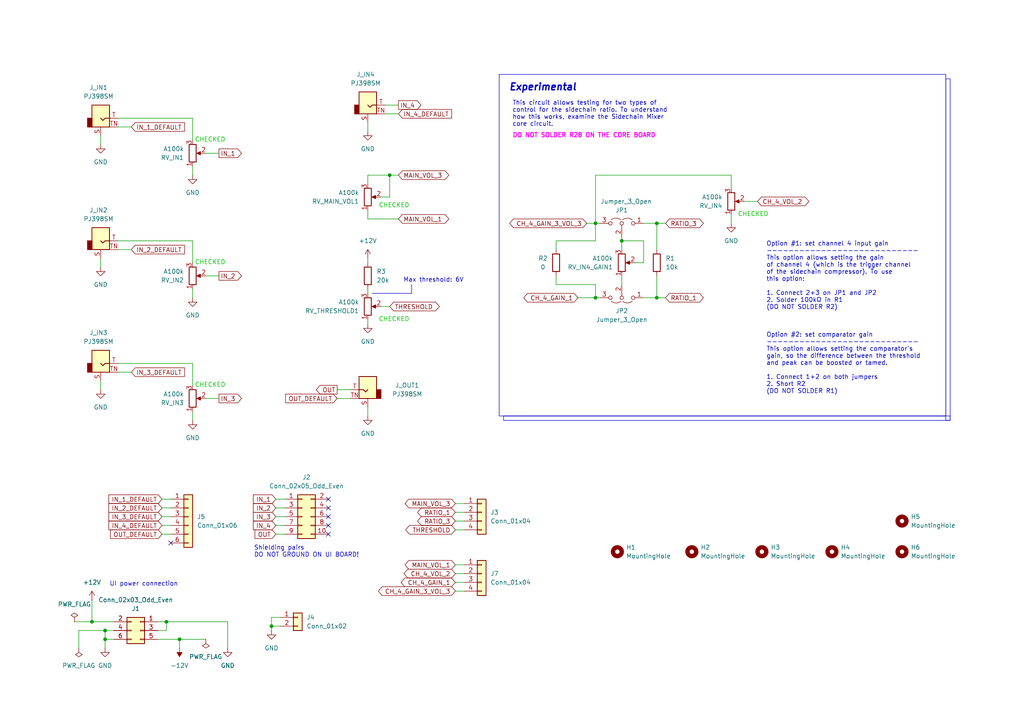
<source format=kicad_sch>
(kicad_sch (version 20250114) (generator "eeschema") (generator_version "9.0")
  (paper "A4")
  (title_block (title "Hog Moduleur Sidechain Mixer UI") (date "2025-07-06") (rev "v0.1") (company "Shmøergh"))
  (lib_symbols
    (symbol "Connector_Generic:Conn_01x02" (pin_names (offset 1.016) (hide yes))
      (property "Reference" "J" (at 0 2.54 0))
      (property "Value" "Conn_01x02" (at 0 -5.08 0))
      (symbol "Conn_01x02_1_1"
        (rectangle (start -1.27 1.27) (end 1.27 -3.81) (stroke (width 0.254)) (fill (type background)))
        (rectangle (start -1.27 0.127) (end 0 -0.127) (stroke (width 0.1524)))
        (rectangle (start -1.27 -2.413) (end 0 -2.667) (stroke (width 0.1524)))
        (pin passive line (at -5.08 0 0) (length 3.81) (name "Pin_1") (number "1"))
        (pin passive line (at -5.08 -2.54 0) (length 3.81) (name "Pin_2") (number "2"))
      )
    )
    (symbol "Connector_Generic:Conn_01x04" (pin_names (offset 1.016) (hide yes))
      (property "Reference" "J" (at 0 5.08 0))
      (property "Value" "Conn_01x04" (at 0 -7.62 0))
      (symbol "Conn_01x04_1_1"
        (rectangle (start -1.27 3.81) (end 1.27 -6.35) (stroke (width 0.254)) (fill (type background)))
        (rectangle (start -1.27 2.667) (end 0 2.413) (stroke (width 0.1524)))
        (rectangle (start -1.27 0.127) (end 0 -0.127) (stroke (width 0.1524)))
        (rectangle (start -1.27 -2.413) (end 0 -2.667) (stroke (width 0.1524)))
        (rectangle (start -1.27 -4.953) (end 0 -5.207) (stroke (width 0.1524)))
        (pin passive line (at -5.08 2.54 0) (length 3.81) (name "Pin_1") (number "1"))
        (pin passive line (at -5.08 0 0) (length 3.81) (name "Pin_2") (number "2"))
        (pin passive line (at -5.08 -2.54 0) (length 3.81) (name "Pin_3") (number "3"))
        (pin passive line (at -5.08 -5.08 0) (length 3.81) (name "Pin_4") (number "4"))
      )
    )
    (symbol "Connector_Generic:Conn_01x06" (pin_names (offset 1.016) (hide yes))
      (property "Reference" "J" (at 0 7.62 0))
      (property "Value" "Conn_01x06" (at 0 -10.16 0))
      (symbol "Conn_01x06_1_1"
        (rectangle (start -1.27 6.35) (end 1.27 -8.89) (stroke (width 0.254)) (fill (type background)))
        (rectangle (start -1.27 5.207) (end 0 4.953) (stroke (width 0.1524)))
        (rectangle (start -1.27 2.667) (end 0 2.413) (stroke (width 0.1524)))
        (rectangle (start -1.27 0.127) (end 0 -0.127) (stroke (width 0.1524)))
        (rectangle (start -1.27 -2.413) (end 0 -2.667) (stroke (width 0.1524)))
        (rectangle (start -1.27 -4.953) (end 0 -5.207) (stroke (width 0.1524)))
        (rectangle (start -1.27 -7.493) (end 0 -7.747) (stroke (width 0.1524)))
        (pin passive line (at -5.08 5.08 0) (length 3.81) (name "Pin_1") (number "1"))
        (pin passive line (at -5.08 2.54 0) (length 3.81) (name "Pin_2") (number "2"))
        (pin passive line (at -5.08 0 0) (length 3.81) (name "Pin_3") (number "3"))
        (pin passive line (at -5.08 -2.54 0) (length 3.81) (name "Pin_4") (number "4"))
        (pin passive line (at -5.08 -5.08 0) (length 3.81) (name "Pin_5") (number "5"))
        (pin passive line (at -5.08 -7.62 0) (length 3.81) (name "Pin_6") (number "6"))
      )
    )
    (symbol "Connector_Generic:Conn_02x03_Odd_Even" (pin_names (offset 1.016) (hide yes))
      (property "Reference" "J" (at 1.27 5.08 0))
      (property "Value" "Conn_02x03_Odd_Even" (at 1.27 -5.08 0))
      (symbol "Conn_02x03_Odd_Even_1_1"
        (rectangle (start -1.27 3.81) (end 3.81 -3.81) (stroke (width 0.254)) (fill (type background)))
        (rectangle (start -1.27 2.667) (end 0 2.413) (stroke (width 0.1524)))
        (rectangle (start -1.27 0.127) (end 0 -0.127) (stroke (width 0.1524)))
        (rectangle (start -1.27 -2.413) (end 0 -2.667) (stroke (width 0.1524)))
        (rectangle (start 3.81 2.667) (end 2.54 2.413) (stroke (width 0.1524)))
        (rectangle (start 3.81 0.127) (end 2.54 -0.127) (stroke (width 0.1524)))
        (rectangle (start 3.81 -2.413) (end 2.54 -2.667) (stroke (width 0.1524)))
        (pin passive line (at -5.08 2.54 0) (length 3.81) (name "Pin_1") (number "1"))
        (pin passive line (at -5.08 0 0) (length 3.81) (name "Pin_3") (number "3"))
        (pin passive line (at -5.08 -2.54 0) (length 3.81) (name "Pin_5") (number "5"))
        (pin passive line (at 7.62 2.54 180) (length 3.81) (name "Pin_2") (number "2"))
        (pin passive line (at 7.62 0 180) (length 3.81) (name "Pin_4") (number "4"))
        (pin passive line (at 7.62 -2.54 180) (length 3.81) (name "Pin_6") (number "6"))
      )
    )
    (symbol "Connector_Generic:Conn_02x05_Odd_Even" (pin_names (offset 1.016) (hide yes))
      (property "Reference" "J" (at 1.27 7.62 0))
      (property "Value" "Conn_02x05_Odd_Even" (at 1.27 -7.62 0))
      (symbol "Conn_02x05_Odd_Even_1_1"
        (rectangle (start -1.27 6.35) (end 3.81 -6.35) (stroke (width 0.254)) (fill (type background)))
        (rectangle (start -1.27 5.207) (end 0 4.953) (stroke (width 0.1524)))
        (rectangle (start -1.27 2.667) (end 0 2.413) (stroke (width 0.1524)))
        (rectangle (start -1.27 0.127) (end 0 -0.127) (stroke (width 0.1524)))
        (rectangle (start -1.27 -2.413) (end 0 -2.667) (stroke (width 0.1524)))
        (rectangle (start -1.27 -4.953) (end 0 -5.207) (stroke (width 0.1524)))
        (rectangle (start 3.81 5.207) (end 2.54 4.953) (stroke (width 0.1524)))
        (rectangle (start 3.81 2.667) (end 2.54 2.413) (stroke (width 0.1524)))
        (rectangle (start 3.81 0.127) (end 2.54 -0.127) (stroke (width 0.1524)))
        (rectangle (start 3.81 -2.413) (end 2.54 -2.667) (stroke (width 0.1524)))
        (rectangle (start 3.81 -4.953) (end 2.54 -5.207) (stroke (width 0.1524)))
        (pin passive line (at -5.08 5.08 0) (length 3.81) (name "Pin_1") (number "1"))
        (pin passive line (at -5.08 2.54 0) (length 3.81) (name "Pin_3") (number "3"))
        (pin passive line (at -5.08 0 0) (length 3.81) (name "Pin_5") (number "5"))
        (pin passive line (at -5.08 -2.54 0) (length 3.81) (name "Pin_7") (number "7"))
        (pin passive line (at -5.08 -5.08 0) (length 3.81) (name "Pin_9") (number "9"))
        (pin passive line (at 7.62 5.08 180) (length 3.81) (name "Pin_2") (number "2"))
        (pin passive line (at 7.62 2.54 180) (length 3.81) (name "Pin_4") (number "4"))
        (pin passive line (at 7.62 0 180) (length 3.81) (name "Pin_6") (number "6"))
        (pin passive line (at 7.62 -2.54 180) (length 3.81) (name "Pin_8") (number "8"))
        (pin passive line (at 7.62 -5.08 180) (length 3.81) (name "Pin_10") (number "10"))
      )
    )
    (symbol "Device:R" (pin_numbers (hide yes)) (pin_names (offset 0))
      (property "Reference" "R" (at 2.032 0 90))
      (property "Value" "R" (at 0 0 90))
      (symbol "R_0_1"
        (rectangle (start -1.016 -2.54) (end 1.016 2.54) (stroke (width 0.254)))
      )
      (symbol "R_1_1"
        (pin passive line (at 0 3.81 270) (length 1.27) (name "~") (number "1"))
        (pin passive line (at 0 -3.81 90) (length 1.27) (name "~") (number "2"))
      )
    )
    (symbol "Device:R_Potentiometer" (pin_names (offset 1.016) (hide yes))
      (property "Reference" "RV" (at -4.445 0 90))
      (property "Value" "R_Potentiometer" (at -2.54 0 90))
      (symbol "R_Potentiometer_0_1"
        (rectangle (start 1.016 2.54) (end -1.016 -2.54) (stroke (width 0.254)))
        (polyline (pts (xy 1.143 0) (xy 2.286 0.508) (xy 2.286 -0.508) (xy 1.143 0)) (fill (type outline)))
        (polyline (pts (xy 2.54 0) (xy 1.524 0)))
      )
      (symbol "R_Potentiometer_1_1"
        (pin passive line (at 0 3.81 270) (length 1.27) (name "1") (number "1"))
        (pin passive line (at 0 -3.81 90) (length 1.27) (name "3") (number "3"))
        (pin passive line (at 3.81 0 180) (length 1.27) (name "2") (number "2"))
      )
    )
    (symbol "Jumper:Jumper_3_Open" (pin_names (offset 0) (hide yes)) (in_bom no)
      (property "Reference" "JP" (at -2.54 -2.54 0))
      (property "Value" "Jumper_3_Open" (at 0 2.794 0))
      (symbol "Jumper_3_Open_0_0"
        (circle (center -3.302 0) (radius 0.508))
        (circle (center 0 0) (radius 0.508))
        (circle (center 3.302 0) (radius 0.508))
      )
      (symbol "Jumper_3_Open_0_1"
        (arc (start -3.048 1.016) (mid -1.651 1.4992) (end -0.254 1.016))
        (polyline (pts (xy 0 -0.508) (xy 0 -1.27)))
        (arc (start 0.254 1.016) (mid 1.651 1.4992) (end 3.048 1.016))
      )
      (symbol "Jumper_3_Open_1_1"
        (pin passive line (at -6.35 0 0) (length 2.54) (name "A") (number "1"))
        (pin passive line (at 0 -3.81 90) (length 2.54) (name "C") (number "2"))
        (pin passive line (at 6.35 0 180) (length 2.54) (name "B") (number "3"))
      )
    )
    (symbol "Mechanical:MountingHole" (pin_names (offset 1.016)) (in_bom no)
      (property "Reference" "H" (at 0 5.08 0))
      (property "Value" "MountingHole" (at 0 3.175 0))
      (symbol "MountingHole_0_1"
        (circle (center 0 0) (radius 1.27) (stroke (width 1.27)))
      )
    )
    (symbol "Shmoergh-Custom-Components:AudioJack2_Thonkiconn_S"
      (property "Reference" "J" (at 0 8.89 0))
      (property "Value" "AudioJack2_Thonkiconn" (at 0 6.35 0))
      (symbol "AudioJack2_Thonkiconn_S_0_1"
        (rectangle (start -2.54 -2.54) (end -3.81 0) (stroke (width 0.254)) (fill (type outline)))
        (polyline (pts (xy 0 0) (xy 0.635 -0.635) (xy 1.27 0) (xy 2.54 0)) (stroke (width 0.254)))
        (rectangle (start 2.54 3.81) (end -2.54 -2.54) (stroke (width 0.254)) (fill (type background)))
      )
      (symbol "AudioJack2_Thonkiconn_S_1_1"
        (pin passive line (at 0 -5.08 90) (length 2.54) (name "~") (number "S"))
        (pin bidirectional line (at 5.08 0 180) (length 2.54) (name "~") (number "T"))
        (pin passive line (at 5.08 -2.54 180) (length 2.54) (name "~") (number "TN"))
      )
    )
    (symbol "power:+12V" (power) (pin_numbers (hide yes)) (pin_names (offset 0) (hide yes))
      (property "Value" "+12V" (at 0 3.556 0))
      (symbol "+12V_0_1"
        (polyline (pts (xy -0.762 1.27) (xy 0 2.54)))
        (polyline (pts (xy 0 2.54) (xy 0.762 1.27)))
        (polyline (pts (xy 0 0) (xy 0 2.54)))
      )
      (symbol "+12V_1_1"
        (pin power_in line (at 0 0 90) (length 0) (name "~") (number "1"))
      )
    )
    (symbol "power:-12V" (power) (pin_numbers (hide yes)) (pin_names (offset 0) (hide yes))
      (property "Value" "-12V" (at 0 3.556 0))
      (symbol "-12V_0_0"
        (pin power_in line (at 0 0 90) (length 0) (name "~") (number "1"))
      )
      (symbol "-12V_0_1"
        (polyline (pts (xy 0 0) (xy 0 1.27) (xy 0.762 1.27) (xy 0 2.54) (xy -0.762 1.27) (xy 0 1.27)) (fill (type outline)))
      )
    )
    (symbol "power:GND" (power) (pin_numbers (hide yes)) (pin_names (offset 0) (hide yes))
      (property "Value" "GND" (at 0 -3.81 0))
      (symbol "GND_0_1"
        (polyline (pts (xy 0 0) (xy 0 -1.27) (xy 1.27 -1.27) (xy 0 -2.54) (xy -1.27 -1.27) (xy 0 -1.27)))
      )
      (symbol "GND_1_1"
        (pin power_in line (at 0 0 270) (length 0) (name "~") (number "1"))
      )
    )
    (symbol "power:PWR_FLAG" (power) (pin_numbers (hide yes)) (pin_names (offset 0) (hide yes))
      (property "Value" "PWR_FLAG" (at 0 3.81 0))
      (symbol "PWR_FLAG_0_0"
        (pin power_out line (at 0 0 90) (length 0) (name "~") (number "1"))
      )
      (symbol "PWR_FLAG_0_1"
        (polyline (pts (xy 0 0) (xy 0 1.27) (xy -1.016 1.905) (xy 0 2.54) (xy 1.016 1.905) (xy 0 1.27)))
      )
    )
  )
  (rectangle (start 274.32 22.86) (end 275.59 121.92) (fill (type color)))
  (rectangle (start 144.78 21.59) (end 274.32 120.65))
  (rectangle (start 146.05 120.65) (end 275.59 121.92) (fill (type color)))
  (text "Option #2: set comparator gain\n----------------------------\nThis option allows setting the comparator's \ngain, so the difference between the threshold\nand peak can be boosted or tamed.\n\n1. Connect 1+2 on both jumpers\n2. Short R2\n(DO NOT SOLDER R1)" (at 222.25 105.41 0) (effects (font (size 1.27 1.27) (thickness 0.1588)) (justify left)))
  (text "Max threshold: 6V" (at 125.73 81.28 0) (effects (font (size 1.27 1.27))))
  (text "CHECKED" (at 60.96 111.76 0) (effects (font (size 1.27 1.27))))
  (text "This circuit allows testing for two types of \ncontrol for the sidechain ratio. To understand\nhow this works, examine the Sidechain Mixer\ncore circuit." (at 148.59 33.02 0) (effects (font (size 1.27 1.27) (thickness 0.1588)) (justify left)))
  (text "UI power connection" (at 31.75 170.18 0) (effects (font (size 1.27 1.27)) (justify left bottom)))
  (text "CHECKED" (at 60.96 76.2 0) (effects (font (size 1.27 1.27))))
  (text "Option #1: set channel 4 input gain\n----------------------------\nThis option allows setting the gain\nof channel 4 (which is the trigger channel\nof the sidechain compressor). To use\nthis option:\n\n1. Connect 2+3 on JP1 and JP2\n2. Solder 100kΩ in R1\n(DO NOT SOLDER R2)" (at 222.25 80.01 0) (effects (font (size 1.27 1.27) (thickness 0.1588)) (justify left)))
  (text "CHECKED" (at 218.44 62.23 0) (effects (font (size 1.27 1.27))))
  (text "DO NOT SOLDER R28 ON THE CORE BOARD" (at 148.59 39.37 0) (effects (font (size 1.27 1.27) (thickness 0.254) (bold yes)) (justify left)))
  (text "CHECKED" (at 114.3 59.69 0) (effects (font (size 1.27 1.27))))
  (text "CHECKED" (at 114.3 92.71 0) (effects (font (size 1.27 1.27))))
  (text "Experimental" (at 157.48 25.4 0) (effects (font (size 2 2) (thickness 0.4) (bold yes) (italic yes))))
  (text "Shielding pairs\nDO NOT GROUND ON UI BOARD!" (at 73.66 160.02 0) (effects (font (size 1.27 1.27)) (justify left)))
  (text "CHECKED" (at 60.96 40.64 0) (effects (font (size 1.27 1.27))))
  (junction (at 190.5 64.77))
  (junction (at 180.34 69.85))
  (junction (at 78.74 181.61))
  (junction (at 30.48 182.88))
  (junction (at 52.07 185.42))
  (junction (at 172.72 64.77))
  (junction (at 113.03 50.8))
  (junction (at 48.26 180.34))
  (junction (at 190.5 86.36))
  (junction (at 26.67 180.34))
  (junction (at 30.48 185.42))
  (junction (at 172.72 86.36))
  (no_connect (at 49.53 157.48))
  (no_connect (at 95.25 144.78))
  (no_connect (at 95.25 152.4))
  (no_connect (at 95.25 147.32))
  (no_connect (at 95.25 154.94))
  (no_connect (at 95.25 149.86))
  (wire (pts (xy 46.99 152.4) (xy 49.53 152.4)))
  (wire (pts (xy 115.57 33.02) (xy 111.76 33.02)))
  (wire (pts (xy 190.5 64.77) (xy 186.69 64.77)))
  (wire (pts (xy 34.29 105.41) (xy 55.88 105.41)))
  (wire (pts (xy 52.07 187.96) (xy 52.07 185.42)))
  (wire (pts (xy 55.88 86.36) (xy 55.88 83.82)))
  (wire (pts (xy 55.88 111.76) (xy 55.88 105.41)))
  (wire (pts (xy 180.34 68.58) (xy 180.34 69.85)))
  (wire (pts (xy 190.5 64.77) (xy 190.5 72.39)))
  (polyline (pts (xy 119.38 82.55) (xy 119.38 85.09)))
  (wire (pts (xy 59.69 185.42) (xy 52.07 185.42)))
  (wire (pts (xy 172.72 50.8) (xy 172.72 64.77)))
  (wire (pts (xy 97.79 115.57) (xy 101.6 115.57)))
  (wire (pts (xy 45.72 185.42) (xy 52.07 185.42)))
  (wire (pts (xy 80.01 149.86) (xy 82.55 149.86)))
  (wire (pts (xy 78.74 181.61) (xy 81.28 181.61)))
  (wire (pts (xy 38.1 36.83) (xy 34.29 36.83)))
  (wire (pts (xy 132.08 151.13) (xy 134.62 151.13)))
  (wire (pts (xy 212.09 64.77) (xy 212.09 62.23)))
  (wire (pts (xy 26.67 180.34) (xy 33.02 180.34)))
  (wire (pts (xy 106.68 83.82) (xy 106.68 85.09)))
  (wire (pts (xy 59.69 44.45) (xy 63.5 44.45)))
  (wire (pts (xy 186.69 76.2) (xy 186.69 69.85)))
  (wire (pts (xy 170.18 64.77) (xy 172.72 64.77)))
  (wire (pts (xy 34.29 69.85) (xy 55.88 69.85)))
  (wire (pts (xy 132.08 166.37) (xy 134.62 166.37)))
  (wire (pts (xy 80.01 152.4) (xy 82.55 152.4)))
  (wire (pts (xy 132.08 148.59) (xy 134.62 148.59)))
  (wire (pts (xy 113.03 50.8) (xy 115.57 50.8)))
  (wire (pts (xy 115.57 30.48) (xy 111.76 30.48)))
  (wire (pts (xy 81.28 179.07) (xy 78.74 179.07)))
  (wire (pts (xy 38.1 72.39) (xy 34.29 72.39)))
  (wire (pts (xy 172.72 86.36) (xy 173.99 86.36)))
  (wire (pts (xy 172.72 69.85) (xy 172.72 64.77)))
  (wire (pts (xy 113.03 50.8) (xy 113.03 57.15)))
  (wire (pts (xy 110.49 57.15) (xy 113.03 57.15)))
  (wire (pts (xy 193.04 64.77) (xy 190.5 64.77)))
  (wire (pts (xy 55.88 69.85) (xy 55.88 76.2)))
  (wire (pts (xy 29.21 74.93) (xy 29.21 77.47)))
  (wire (pts (xy 190.5 80.01) (xy 190.5 86.36)))
  (wire (pts (xy 172.72 86.36) (xy 172.72 82.55)))
  (wire (pts (xy 55.88 40.64) (xy 55.88 34.29)))
  (wire (pts (xy 106.68 74.93) (xy 106.68 76.2)))
  (wire (pts (xy 106.68 35.56) (xy 106.68 38.1)))
  (wire (pts (xy 97.79 113.03) (xy 101.6 113.03)))
  (wire (pts (xy 184.15 76.2) (xy 186.69 76.2)))
  (wire (pts (xy 78.74 179.07) (xy 78.74 181.61)))
  (wire (pts (xy 26.67 173.99) (xy 26.67 180.34)))
  (wire (pts (xy 34.29 34.29) (xy 55.88 34.29)))
  (wire (pts (xy 161.29 72.39) (xy 161.29 69.85)))
  (wire (pts (xy 46.99 149.86) (xy 49.53 149.86)))
  (wire (pts (xy 48.26 180.34) (xy 45.72 180.34)))
  (wire (pts (xy 21.59 180.34) (xy 26.67 180.34)))
  (wire (pts (xy 106.68 50.8) (xy 113.03 50.8)))
  (wire (pts (xy 80.01 147.32) (xy 82.55 147.32)))
  (wire (pts (xy 106.68 120.65) (xy 106.68 118.11)))
  (wire (pts (xy 132.08 146.05) (xy 134.62 146.05)))
  (wire (pts (xy 193.04 86.36) (xy 190.5 86.36)))
  (wire (pts (xy 172.72 82.55) (xy 161.29 82.55)))
  (wire (pts (xy 55.88 50.8) (xy 55.88 48.26)))
  (wire (pts (xy 22.86 182.88) (xy 30.48 182.88)))
  (wire (pts (xy 46.99 154.94) (xy 49.53 154.94)))
  (wire (pts (xy 161.29 82.55) (xy 161.29 80.01)))
  (wire (pts (xy 66.04 187.96) (xy 66.04 180.34)))
  (wire (pts (xy 48.26 182.88) (xy 48.26 180.34)))
  (wire (pts (xy 80.01 144.78) (xy 82.55 144.78)))
  (wire (pts (xy 59.69 115.57) (xy 63.5 115.57)))
  (wire (pts (xy 212.09 54.61) (xy 212.09 50.8)))
  (wire (pts (xy 59.69 80.01) (xy 63.5 80.01)))
  (wire (pts (xy 55.88 121.92) (xy 55.88 119.38)))
  (wire (pts (xy 33.02 185.42) (xy 30.48 185.42)))
  (wire (pts (xy 80.01 154.94) (xy 82.55 154.94)))
  (wire (pts (xy 132.08 171.45) (xy 134.62 171.45)))
  (wire (pts (xy 46.99 144.78) (xy 49.53 144.78)))
  (wire (pts (xy 190.5 86.36) (xy 186.69 86.36)))
  (wire (pts (xy 113.03 88.9) (xy 110.49 88.9)))
  (wire (pts (xy 186.69 69.85) (xy 180.34 69.85)))
  (wire (pts (xy 29.21 39.37) (xy 29.21 41.91)))
  (wire (pts (xy 106.68 93.98) (xy 106.68 92.71)))
  (wire (pts (xy 180.34 82.55) (xy 180.34 80.01)))
  (wire (pts (xy 66.04 180.34) (xy 48.26 180.34)))
  (wire (pts (xy 132.08 153.67) (xy 134.62 153.67)))
  (wire (pts (xy 172.72 64.77) (xy 173.99 64.77)))
  (polyline (pts (xy 107.95 85.09) (xy 119.38 85.09)))
  (wire (pts (xy 38.1 107.95) (xy 34.29 107.95)))
  (wire (pts (xy 106.68 50.8) (xy 106.68 53.34)))
  (wire (pts (xy 30.48 182.88) (xy 33.02 182.88)))
  (wire (pts (xy 29.21 110.49) (xy 29.21 113.03)))
  (wire (pts (xy 106.68 60.96) (xy 106.68 63.5)))
  (wire (pts (xy 215.9 58.42) (xy 219.71 58.42)))
  (wire (pts (xy 172.72 50.8) (xy 212.09 50.8)))
  (wire (pts (xy 30.48 185.42) (xy 30.48 182.88)))
  (wire (pts (xy 180.34 69.85) (xy 180.34 72.39)))
  (wire (pts (xy 22.86 187.96) (xy 22.86 182.88)))
  (wire (pts (xy 115.57 63.5) (xy 106.68 63.5)))
  (wire (pts (xy 78.74 181.61) (xy 78.74 182.88)))
  (wire (pts (xy 30.48 187.96) (xy 30.48 185.42)))
  (wire (pts (xy 46.99 147.32) (xy 49.53 147.32)))
  (wire (pts (xy 45.72 182.88) (xy 48.26 182.88)))
  (wire (pts (xy 167.64 86.36) (xy 172.72 86.36)))
  (wire (pts (xy 161.29 69.85) (xy 172.72 69.85)))
  (wire (pts (xy 132.08 168.91) (xy 134.62 168.91)))
  (wire (pts (xy 132.08 163.83) (xy 134.62 163.83)))
  (global_label "MAIN_VOL_1" (shape bidirectional) (at 132.08 163.83 180) (property "Intersheetrefs" "${INTERSHEET_REFS}" (effects (hide yes))))
  (global_label "OUT" (shape output) (at 97.79 113.03 180) (property "Intersheetrefs" "${INTERSHEET_REFS}" (effects (hide yes))))
  (global_label "OUT_DEFAULT" (shape input) (at 97.79 115.57 180) (property "Intersheetrefs" "${INTERSHEET_REFS}" (effects (hide yes))))
  (global_label "CH_4_GAIN_3_VOL_3" (shape bidirectional) (at 170.18 64.77 180) (property "Intersheetrefs" "${INTERSHEET_REFS}" (effects (hide yes))))
  (global_label "IN_2" (shape input) (at 80.01 147.32 180) (property "Intersheetrefs" "${INTERSHEET_REFS}" (effects (hide yes))))
  (global_label "IN_4" (shape output) (at 115.57 30.48 0) (property "Intersheetrefs" "${INTERSHEET_REFS}" (effects (hide yes))))
  (global_label "CH_4_GAIN_3_VOL_3" (shape bidirectional) (at 132.08 171.45 180) (property "Intersheetrefs" "${INTERSHEET_REFS}" (effects (hide yes))))
  (global_label "THRESHOLD" (shape bidirectional) (at 113.03 88.9 0) (property "Intersheetrefs" "${INTERSHEET_REFS}" (effects (hide yes))))
  (global_label "RATIO_1" (shape bidirectional) (at 132.08 148.59 180) (property "Intersheetrefs" "${INTERSHEET_REFS}" (effects (hide yes))))
  (global_label "RATIO_3" (shape bidirectional) (at 132.08 151.13 180) (property "Intersheetrefs" "${INTERSHEET_REFS}" (effects (hide yes))))
  (global_label "CH_4_VOL_2" (shape bidirectional) (at 132.08 166.37 180) (property "Intersheetrefs" "${INTERSHEET_REFS}" (effects (hide yes))))
  (global_label "IN_4_DEFAULT" (shape input) (at 46.99 152.4 180) (property "Intersheetrefs" "${INTERSHEET_REFS}" (effects (hide yes))))
  (global_label "CH_4_GAIN_1" (shape bidirectional) (at 167.64 86.36 180) (property "Intersheetrefs" "${INTERSHEET_REFS}" (effects (hide yes))))
  (global_label "IN_2_DEFAULT" (shape input) (at 38.1 72.39 0) (property "Intersheetrefs" "${INTERSHEET_REFS}" (effects (hide yes))))
  (global_label "CH_4_VOL_2" (shape bidirectional) (at 219.71 58.42 0) (property "Intersheetrefs" "${INTERSHEET_REFS}" (effects (hide yes))))
  (global_label "IN_1" (shape input) (at 80.01 144.78 180) (property "Intersheetrefs" "${INTERSHEET_REFS}" (effects (hide yes))))
  (global_label "IN_2_DEFAULT" (shape input) (at 46.99 147.32 180) (property "Intersheetrefs" "${INTERSHEET_REFS}" (effects (hide yes))))
  (global_label "MAIN_VOL_3" (shape bidirectional) (at 115.57 50.8 0) (property "Intersheetrefs" "${INTERSHEET_REFS}" (effects (hide yes))))
  (global_label "RATIO_3" (shape bidirectional) (at 193.04 64.77 0) (property "Intersheetrefs" "${INTERSHEET_REFS}" (effects (hide yes))))
  (global_label "IN_3_DEFAULT" (shape input) (at 46.99 149.86 180) (property "Intersheetrefs" "${INTERSHEET_REFS}" (effects (hide yes))))
  (global_label "MAIN_VOL_1" (shape bidirectional) (at 115.57 63.5 0) (property "Intersheetrefs" "${INTERSHEET_REFS}" (effects (hide yes))))
  (global_label "RATIO_1" (shape bidirectional) (at 193.04 86.36 0) (property "Intersheetrefs" "${INTERSHEET_REFS}" (effects (hide yes))))
  (global_label "CH_4_GAIN_1" (shape bidirectional) (at 132.08 168.91 180) (property "Intersheetrefs" "${INTERSHEET_REFS}" (effects (hide yes))))
  (global_label "IN_1" (shape output) (at 63.5 44.45 0) (property "Intersheetrefs" "${INTERSHEET_REFS}" (effects (hide yes))))
  (global_label "OUT" (shape input) (at 80.01 154.94 180) (property "Intersheetrefs" "${INTERSHEET_REFS}" (effects (hide yes))))
  (global_label "IN_3" (shape output) (at 63.5 115.57 0) (property "Intersheetrefs" "${INTERSHEET_REFS}" (effects (hide yes))))
  (global_label "IN_3_DEFAULT" (shape input) (at 38.1 107.95 0) (property "Intersheetrefs" "${INTERSHEET_REFS}" (effects (hide yes))))
  (global_label "IN_1_DEFAULT" (shape input) (at 38.1 36.83 0) (property "Intersheetrefs" "${INTERSHEET_REFS}" (effects (hide yes))))
  (global_label "OUT_DEFAULT" (shape input) (at 46.99 154.94 180) (property "Intersheetrefs" "${INTERSHEET_REFS}" (effects (hide yes))))
  (global_label "THRESHOLD" (shape bidirectional) (at 132.08 153.67 180) (property "Intersheetrefs" "${INTERSHEET_REFS}" (effects (hide yes))))
  (global_label "IN_4_DEFAULT" (shape input) (at 115.57 33.02 0) (property "Intersheetrefs" "${INTERSHEET_REFS}" (effects (hide yes))))
  (global_label "IN_3" (shape input) (at 80.01 149.86 180) (property "Intersheetrefs" "${INTERSHEET_REFS}" (effects (hide yes))))
  (global_label "MAIN_VOL_3" (shape bidirectional) (at 132.08 146.05 180) (property "Intersheetrefs" "${INTERSHEET_REFS}" (effects (hide yes))))
  (global_label "IN_1_DEFAULT" (shape input) (at 46.99 144.78 180) (property "Intersheetrefs" "${INTERSHEET_REFS}" (effects (hide yes))))
  (global_label "IN_2" (shape output) (at 63.5 80.01 0) (property "Intersheetrefs" "${INTERSHEET_REFS}" (effects (hide yes))))
  (global_label "IN_4" (shape input) (at 80.01 152.4 180) (property "Intersheetrefs" "${INTERSHEET_REFS}" (effects (hide yes))))
  (symbol (lib_id "Jumper:Jumper_3_Open") (at 180.34 86.36 180) (unit 1) (in_bom no)
    (property "Reference" "JP2" (at 180.34 90.17 0))
    (property "Value" "Jumper_3_Open" (at 180.34 92.71 0))
    (property "Footprint" "Connector_PinHeader_2.54mm:PinHeader_1x03_P2.54mm_Vertical" (effects (hide yes)))
    (property "Description" "Jumper, 3-pole, both open" (effects (hide yes)))
  )
  (symbol (lib_id "power:+12V") (at 26.67 173.99 0) (unit 1)
    (property "Reference" "#PWR01" (effects (hide yes)))
    (property "Value" "+12V" (at 26.67 168.91 0))
    (property "Description" "Power symbol creates a global label with name \"+12V\"" (effects (hide yes)))
  )
  (symbol (lib_id "Connector_Generic:Conn_01x04") (at 139.7 148.59 0) (unit 1)
    (property "Reference" "J3" (at 142.24 148.5899 0) (effects (justify left)))
    (property "Value" "Conn_01x04" (at 142.24 151.1299 0) (effects (justify left)))
    (property "Footprint" "Connector_PinHeader_2.54mm:PinHeader_1x04_P2.54mm_Vertical" (effects (hide yes)))
    (property "Description" "Generic connector, single row, 01x04, script generated (kicad-library-utils/schlib/autogen/connector/)" (effects (hide yes)))
  )
  (symbol (lib_id "Shmoergh-Custom-Components:AudioJack2_Thonkiconn_S") (at 106.68 113.03 0) (mirror y) (unit 1)
    (property "Reference" "J_OUT1" (at 118.11 111.76 0))
    (property "Value" "PJ398SM" (at 118.11 114.3 0))
    (property "Footprint" "Shmoergh_Custom_Footprints:Jack_3.5mm_QingPu_WQP-PJ398SM_Vertical_CircularHoles" (effects (hide yes)))
    (property "Description" "Audio Jack, 2 Poles (Mono / TS), Grounded Sleeve" (effects (hide yes)))
    (property "Part URL" "https://www.thonk.co.uk/shop/thonkiconn/" (effects (hide yes)))
    (property "Vendor" "Thonk" (effects (hide yes)))
    (property "Part no." "PJ398SM" (effects (hide yes)))
  )
  (symbol (lib_id "Device:R_Potentiometer") (at 106.68 88.9 0) (mirror x) (unit 1)
    (property "Reference" "RV_THRESHOLD1" (at 104.14 90.1701 0) (effects (justify right)))
    (property "Value" "A100k" (at 104.14 87.6301 0) (effects (justify right)))
    (property "Footprint" "Shmoergh_Custom_Footprints:Potentiometer_Bourns_Single-PTV09A" (effects (hide yes)))
    (property "Description" "Potentiometer" (effects (hide yes)))
    (property "Part URL" "https://mou.sr/4694GMU" (effects (hide yes)))
    (property "Vendor" "Mouser" (effects (hide yes)))
    (property "Part no." "652-PTV09A4025FB104" (effects (hide yes)))
  )
  (symbol (lib_id "power:+12V") (at 106.68 74.93 0) (unit 1)
    (property "Reference" "#PWR013" (effects (hide yes)))
    (property "Value" "+12V" (at 106.68 69.85 0))
    (property "Description" "Power symbol creates a global label with name \"+12V\"" (effects (hide yes)))
  )
  (symbol (lib_id "power:GND") (at 106.68 120.65 0) (mirror y) (unit 1)
    (property "Reference" "#PWR016" (effects (hide yes)))
    (property "Value" "GND" (at 106.68 125.73 0))
    (property "Description" "Power symbol creates a global label with name \"GND\" , ground" (effects (hide yes)))
  )
  (symbol (lib_id "power:-12V") (at 52.07 187.96 180) (unit 1)
    (property "Reference" "#PWR07" (effects (hide yes)))
    (property "Value" "-12V" (at 52.07 193.04 0))
    (property "Description" "Power symbol creates a global label with name \"-12V\"" (effects (hide yes)))
  )
  (symbol (lib_id "Device:R_Potentiometer") (at 55.88 80.01 0) (mirror x) (unit 1)
    (property "Reference" "RV_IN2" (at 53.34 81.2801 0) (effects (justify right)))
    (property "Value" "A100k" (at 53.34 78.7401 0) (effects (justify right)))
    (property "Footprint" "PTA3043-2010CIA503:TRIM_PTA3043-2010CIA503" (effects (hide yes)))
    (property "Description" "Potentiometer" (effects (hide yes)))
    (property "Part URL" "https://mou.sr/45jtvn7" (effects (hide yes)))
    (property "Vendor" "Mouser" (effects (hide yes)))
    (property "Part no." "652-PTA30432015A104 " (effects (hide yes)))
  )
  (symbol (lib_id "Mechanical:MountingHole") (at 261.62 160.02 0) (unit 1) (in_bom no)
    (property "Reference" "H6" (at 264.16 158.7499 0) (effects (justify left)))
    (property "Value" "MountingHole" (at 264.16 161.2899 0) (effects (justify left)))
    (property "Footprint" "MountingHole:MountingHole_3.2mm_M3_DIN965_Pad" (effects (hide yes)))
    (property "Description" "Mounting Hole without connection" (effects (hide yes)))
    (property "Vendor" "-" (effects (hide yes)))
  )
  (symbol (lib_id "Connector_Generic:Conn_02x03_Odd_Even") (at 40.64 182.88 0) (mirror y) (unit 1)
    (property "Reference" "J1" (at 39.37 176.53 0))
    (property "Value" "Conn_02x03_Odd_Even" (at 39.37 173.99 0))
    (property "Footprint" "Connector_PinSocket_2.54mm:PinSocket_2x03_P2.54mm_Vertical" (effects (hide yes)))
    (property "Description" "Generic connector, double row, 02x03, odd/even pin numbering scheme (row 1 odd numbers, row 2 even numbers), script generated (kicad-library-utils/schlib/autogen/connector/)" (effects (hide yes)))
    (property "Part URL" "https://mou.sr/3GIDVEr" (effects (hide yes)))
    (property "Vendor" "Mouser" (effects (hide yes)))
    (property "Part no." "200-SSW10301TD" (effects (hide yes)))
  )
  (symbol (lib_id "power:GND") (at 29.21 41.91 0) (unit 1)
    (property "Reference" "#PWR010" (effects (hide yes)))
    (property "Value" "GND" (at 29.21 46.99 0))
    (property "Description" "Power symbol creates a global label with name \"GND\" , ground" (effects (hide yes)))
  )
  (symbol (lib_id "Shmoergh-Custom-Components:AudioJack2_Thonkiconn_S") (at 29.21 34.29 0) (unit 1)
    (property "Reference" "J_IN1" (at 28.575 25.4 0))
    (property "Value" "PJ398SM" (at 28.575 27.94 0))
    (property "Footprint" "Shmoergh_Custom_Footprints:Jack_3.5mm_QingPu_WQP-PJ398SM_Vertical_CircularHoles" (effects (hide yes)))
    (property "Description" "Audio Jack, 2 Poles (Mono / TS), Grounded Sleeve" (effects (hide yes)))
    (property "Part URL" "https://www.thonk.co.uk/shop/thonkiconn/" (effects (hide yes)))
    (property "Vendor" "Thonk" (effects (hide yes)))
    (property "Part no." "PJ398SM" (effects (hide yes)))
  )
  (symbol (lib_id "Mechanical:MountingHole") (at 200.66 160.02 0) (unit 1) (in_bom no)
    (property "Reference" "H2" (at 203.2 158.7499 0) (effects (justify left)))
    (property "Value" "MountingHole" (at 203.2 161.2899 0) (effects (justify left)))
    (property "Footprint" "MountingHole:MountingHole_3.2mm_M3_DIN965_Pad" (effects (hide yes)))
    (property "Description" "Mounting Hole without connection" (effects (hide yes)))
    (property "Vendor" "-" (effects (hide yes)))
  )
  (symbol (lib_id "Shmoergh-Custom-Components:AudioJack2_Thonkiconn_S") (at 29.21 69.85 0) (unit 1)
    (property "Reference" "J_IN2" (at 28.575 60.96 0))
    (property "Value" "PJ398SM" (at 28.575 63.5 0))
    (property "Footprint" "Shmoergh_Custom_Footprints:Jack_3.5mm_QingPu_WQP-PJ398SM_Vertical_CircularHoles" (effects (hide yes)))
    (property "Description" "Audio Jack, 2 Poles (Mono / TS), Grounded Sleeve" (effects (hide yes)))
    (property "Part URL" "https://www.thonk.co.uk/shop/thonkiconn/" (effects (hide yes)))
    (property "Vendor" "Thonk" (effects (hide yes)))
    (property "Part no." "PJ398SM" (effects (hide yes)))
  )
  (symbol (lib_id "Device:R_Potentiometer") (at 212.09 58.42 0) (mirror x) (unit 1)
    (property "Reference" "RV_IN4" (at 209.55 59.6901 0) (effects (justify right)))
    (property "Value" "A100k" (at 209.55 57.1501 0) (effects (justify right)))
    (property "Footprint" "Shmoergh_Custom_Footprints:Potentiometer_Bourns_Single-PTV09A" (effects (hide yes)))
    (property "Description" "Potentiometer" (effects (hide yes)))
    (property "Part URL" "https://mou.sr/4694GMU" (effects (hide yes)))
    (property "Vendor" "Mouser" (effects (hide yes)))
    (property "Part no." "652-PTV09A4025FB104" (effects (hide yes)))
  )
  (symbol (lib_id "Connector_Generic:Conn_01x06") (at 54.61 149.86 0) (unit 1)
    (property "Reference" "J5" (at 57.15 149.8599 0) (effects (justify left)))
    (property "Value" "Conn_01x06" (at 57.15 152.3999 0) (effects (justify left)))
    (property "Footprint" "Connector_PinSocket_2.54mm:PinSocket_1x06_P2.54mm_Vertical" (effects (hide yes)))
    (property "Description" "Generic connector, single row, 01x06, script generated (kicad-library-utils/schlib/autogen/connector/)" (effects (hide yes)))
    (property "Part URL" "https://mou.sr/4lnf48h" (effects (hide yes)))
    (property "Vendor" "Mouser" (effects (hide yes)))
    (property "Part no." "200-SSW10601TS" (effects (hide yes)))
  )
  (symbol (lib_id "power:GND") (at 212.09 64.77 0) (unit 1)
    (property "Reference" "#PWR011" (effects (hide yes)))
    (property "Value" "GND" (at 212.09 69.85 0))
    (property "Description" "Power symbol creates a global label with name \"GND\" , ground" (effects (hide yes)))
  )
  (symbol (lib_id "Mechanical:MountingHole") (at 179.07 160.02 0) (unit 1) (in_bom no)
    (property "Reference" "H1" (at 181.61 158.7499 0) (effects (justify left)))
    (property "Value" "MountingHole" (at 181.61 161.2899 0) (effects (justify left)))
    (property "Footprint" "MountingHole:MountingHole_3.2mm_M3_DIN965_Pad" (effects (hide yes)))
    (property "Description" "Mounting Hole without connection" (effects (hide yes)))
    (property "Vendor" "-" (effects (hide yes)))
  )
  (symbol (lib_id "Device:R_Potentiometer") (at 55.88 115.57 0) (mirror x) (unit 1)
    (property "Reference" "RV_IN3" (at 53.34 116.8401 0) (effects (justify right)))
    (property "Value" "A100k" (at 53.34 114.3001 0) (effects (justify right)))
    (property "Footprint" "PTA3043-2010CIA503:TRIM_PTA3043-2010CIA503" (effects (hide yes)))
    (property "Description" "Potentiometer" (effects (hide yes)))
    (property "Part URL" "https://mou.sr/45jtvn7" (effects (hide yes)))
    (property "Vendor" "Mouser" (effects (hide yes)))
    (property "Part no." "652-PTA30432015A104 " (effects (hide yes)))
  )
  (symbol (lib_id "Device:R_Potentiometer") (at 55.88 44.45 0) (mirror x) (unit 1)
    (property "Reference" "RV_IN1" (at 53.34 45.7201 0) (effects (justify right)))
    (property "Value" "A100k" (at 53.34 43.1801 0) (effects (justify right)))
    (property "Footprint" "PTA3043-2010CIA503:TRIM_PTA3043-2010CIA503" (effects (hide yes)))
    (property "Description" "Potentiometer" (effects (hide yes)))
    (property "Part URL" "https://mou.sr/45jtvn7" (effects (hide yes)))
    (property "Vendor" "Mouser" (effects (hide yes)))
    (property "Part no." "652-PTA30432015A104 " (effects (hide yes)))
  )
  (symbol (lib_id "power:PWR_FLAG") (at 21.59 180.34 0) (unit 1)
    (property "Reference" "#FLG01" (effects (hide yes)))
    (property "Value" "PWR_FLAG" (at 21.59 175.26 0))
    (property "Description" "Special symbol for telling ERC where power comes from" (effects (hide yes)))
  )
  (symbol (lib_id "power:GND") (at 66.04 187.96 0) (unit 1)
    (property "Reference" "#PWR09" (effects (hide yes)))
    (property "Value" "GND" (at 66.04 193.04 0))
    (property "Description" "Power symbol creates a global label with name \"GND\" , ground" (effects (hide yes)))
  )
  (symbol (lib_id "power:GND") (at 55.88 50.8 0) (unit 1)
    (property "Reference" "#PWR023" (effects (hide yes)))
    (property "Value" "GND" (at 55.88 55.88 0))
    (property "Description" "Power symbol creates a global label with name \"GND\" , ground" (effects (hide yes)))
  )
  (symbol (lib_id "Connector_Generic:Conn_02x05_Odd_Even") (at 87.63 149.86 0) (unit 1)
    (property "Reference" "J2" (at 88.9 138.43 0))
    (property "Value" "Conn_02x05_Odd_Even" (at 88.9 140.97 0))
    (property "Footprint" "Connector_PinSocket_2.54mm:PinSocket_2x05_P2.54mm_Vertical" (effects (hide yes)))
    (property "Description" "Generic connector, double row, 02x05, odd/even pin numbering scheme (row 1 odd numbers, row 2 even numbers), script generated (kicad-library-utils/schlib/autogen/connector/)" (effects (hide yes)))
  )
  (symbol (lib_id "Shmoergh-Custom-Components:AudioJack2_Thonkiconn_S") (at 106.68 30.48 0) (unit 1)
    (property "Reference" "J_IN4" (at 106.045 21.59 0))
    (property "Value" "PJ398SM" (at 106.045 24.13 0))
    (property "Footprint" "Shmoergh_Custom_Footprints:Jack_3.5mm_QingPu_WQP-PJ398SM_Vertical_CircularHoles" (effects (hide yes)))
    (property "Description" "Audio Jack, 2 Poles (Mono / TS), Grounded Sleeve" (effects (hide yes)))
    (property "Part URL" "https://www.thonk.co.uk/shop/thonkiconn/" (effects (hide yes)))
    (property "Vendor" "Thonk" (effects (hide yes)))
    (property "Part no." "PJ398SM" (effects (hide yes)))
  )
  (symbol (lib_id "power:GND") (at 106.68 93.98 0) (mirror y) (unit 1)
    (property "Reference" "#PWR012" (effects (hide yes)))
    (property "Value" "GND" (at 106.68 99.06 0))
    (property "Description" "Power symbol creates a global label with name \"GND\" , ground" (effects (hide yes)))
  )
  (symbol (lib_id "power:GND") (at 55.88 86.36 0) (unit 1)
    (property "Reference" "#PWR06" (effects (hide yes)))
    (property "Value" "GND" (at 55.88 91.44 0))
    (property "Description" "Power symbol creates a global label with name \"GND\" , ground" (effects (hide yes)))
  )
  (symbol (lib_id "power:GND") (at 106.68 38.1 0) (unit 1)
    (property "Reference" "#PWR04" (effects (hide yes)))
    (property "Value" "GND" (at 106.68 43.18 0))
    (property "Description" "Power symbol creates a global label with name \"GND\" , ground" (effects (hide yes)))
  )
  (symbol (lib_id "Device:R_Potentiometer") (at 106.68 57.15 0) (mirror x) (unit 1)
    (property "Reference" "RV_MAIN_VOL1" (at 104.14 58.4201 0) (effects (justify right)))
    (property "Value" "A100k" (at 104.14 55.8801 0) (effects (justify right)))
    (property "Footprint" "Shmoergh_Custom_Footprints:Potentiometer_Bourns_Single-PTV09A" (effects (hide yes)))
    (property "Description" "Potentiometer" (effects (hide yes)))
    (property "Part URL" "https://mou.sr/4694GMU" (effects (hide yes)))
    (property "Vendor" "Mouser" (effects (hide yes)))
    (property "Part no." "652-PTV09A4025FB104" (effects (hide yes)))
  )
  (symbol (lib_id "Device:R") (at 190.5 76.2 0) (unit 1)
    (property "Reference" "R1" (at 193.04 74.9299 0) (effects (justify left)))
    (property "Value" "10k" (at 193.04 77.4699 0) (effects (justify left)))
    (property "Footprint" "Shmoergh_Custom_Footprints:R_Axial_DIN0207_L6.3mm_D2.5mm_P7.62mm_Horizontal" (effects (hide yes)))
    (property "Description" "Resistor" (effects (hide yes)))
  )
  (symbol (lib_id "Mechanical:MountingHole") (at 261.62 151.13 0) (unit 1) (in_bom no)
    (property "Reference" "H5" (at 264.16 149.8599 0) (effects (justify left)))
    (property "Value" "MountingHole" (at 264.16 152.3999 0) (effects (justify left)))
    (property "Footprint" "MountingHole:MountingHole_3.2mm_M3_DIN965_Pad" (effects (hide yes)))
    (property "Description" "Mounting Hole without connection" (effects (hide yes)))
    (property "Vendor" "-" (effects (hide yes)))
  )
  (symbol (lib_id "Connector_Generic:Conn_01x02") (at 86.36 179.07 0) (unit 1)
    (property "Reference" "J4" (at 88.9 179.0699 0) (effects (justify left)))
    (property "Value" "Conn_01x02" (at 88.9 181.6099 0) (effects (justify left)))
    (property "Footprint" "Connector_PinSocket_2.54mm:PinSocket_1x02_P2.54mm_Vertical" (effects (hide yes)))
    (property "Description" "Generic connector, single row, 01x02, script generated (kicad-library-utils/schlib/autogen/connector/)" (effects (hide yes)))
    (property "Part URL" "https://mou.sr/4lBvdHe" (effects (hide yes)))
    (property "Vendor" "Mouser" (effects (hide yes)))
    (property "Part no." "200-SSW10201TS" (effects (hide yes)))
  )
  (symbol (lib_id "Mechanical:MountingHole") (at 220.98 160.02 0) (unit 1) (in_bom no)
    (property "Reference" "H3" (at 223.52 158.7499 0) (effects (justify left)))
    (property "Value" "MountingHole" (at 223.52 161.2899 0) (effects (justify left)))
    (property "Footprint" "MountingHole:MountingHole_3.2mm_M3_DIN965_Pad" (effects (hide yes)))
    (property "Description" "Mounting Hole without connection" (effects (hide yes)))
    (property "Vendor" "-" (effects (hide yes)))
  )
  (symbol (lib_id "power:GND") (at 78.74 182.88 0) (unit 1)
    (property "Reference" "#PWR022" (effects (hide yes)))
    (property "Value" "GND" (at 78.74 187.96 0))
    (property "Description" "Power symbol creates a global label with name \"GND\" , ground" (effects (hide yes)))
  )
  (symbol (lib_id "Mechanical:MountingHole") (at 241.3 160.02 0) (unit 1) (in_bom no)
    (property "Reference" "H4" (at 243.84 158.7499 0) (effects (justify left)))
    (property "Value" "MountingHole" (at 243.84 161.2899 0) (effects (justify left)))
    (property "Footprint" "MountingHole:MountingHole_3.2mm_M3_DIN965_Pad" (effects (hide yes)))
    (property "Description" "Mounting Hole without connection" (effects (hide yes)))
    (property "Vendor" "-" (effects (hide yes)))
  )
  (symbol (lib_id "power:PWR_FLAG") (at 22.86 187.96 180) (unit 1)
    (property "Reference" "#FLG02" (effects (hide yes)))
    (property "Value" "PWR_FLAG" (at 22.86 193.04 0))
    (property "Description" "Special symbol for telling ERC where power comes from" (effects (hide yes)))
  )
  (symbol (lib_id "Jumper:Jumper_3_Open") (at 180.34 64.77 0) (mirror y) (unit 1) (in_bom no)
    (property "Reference" "JP1" (at 180.34 60.96 0))
    (property "Value" "Jumper_3_Open" (at 181.61 58.42 0))
    (property "Footprint" "Connector_PinHeader_2.54mm:PinHeader_1x03_P2.54mm_Vertical" (effects (hide yes)))
    (property "Description" "Jumper, 3-pole, both open" (effects (hide yes)))
  )
  (symbol (lib_id "Shmoergh-Custom-Components:AudioJack2_Thonkiconn_S") (at 29.21 105.41 0) (unit 1)
    (property "Reference" "J_IN3" (at 28.575 96.52 0))
    (property "Value" "PJ398SM" (at 28.575 99.06 0))
    (property "Footprint" "Shmoergh_Custom_Footprints:Jack_3.5mm_QingPu_WQP-PJ398SM_Vertical_CircularHoles" (effects (hide yes)))
    (property "Description" "Audio Jack, 2 Poles (Mono / TS), Grounded Sleeve" (effects (hide yes)))
    (property "Part URL" "https://www.thonk.co.uk/shop/thonkiconn/" (effects (hide yes)))
    (property "Vendor" "Thonk" (effects (hide yes)))
    (property "Part no." "PJ398SM" (effects (hide yes)))
  )
  (symbol (lib_id "Connector_Generic:Conn_01x04") (at 139.7 166.37 0) (unit 1)
    (property "Reference" "J7" (at 142.24 166.3699 0) (effects (justify left)))
    (property "Value" "Conn_01x04" (at 142.24 168.9099 0) (effects (justify left)))
    (property "Footprint" "Connector_PinHeader_2.54mm:PinHeader_1x04_P2.54mm_Vertical" (effects (hide yes)))
    (property "Description" "Generic connector, single row, 01x04, script generated (kicad-library-utils/schlib/autogen/connector/)" (effects (hide yes)))
  )
  (symbol (lib_id "power:PWR_FLAG") (at 59.69 185.42 180) (unit 1)
    (property "Reference" "#FLG03" (effects (hide yes)))
    (property "Value" "PWR_FLAG" (at 59.69 190.5 0))
    (property "Description" "Special symbol for telling ERC where power comes from" (effects (hide yes)))
  )
  (symbol (lib_id "Device:R") (at 161.29 76.2 0) (unit 1)
    (property "Reference" "R2" (at 157.48 74.93 0))
    (property "Value" "0" (at 157.48 77.47 0))
    (property "Footprint" "Shmoergh_Custom_Footprints:R_Axial_DIN0207_L6.3mm_D2.5mm_P7.62mm_Horizontal" (effects (hide yes)))
    (property "Description" "Resistor" (effects (hide yes)))
  )
  (symbol (lib_id "power:GND") (at 29.21 113.03 0) (unit 1)
    (property "Reference" "#PWR03" (effects (hide yes)))
    (property "Value" "GND" (at 29.21 118.11 0))
    (property "Description" "Power symbol creates a global label with name \"GND\" , ground" (effects (hide yes)))
  )
  (symbol (lib_id "Device:R_Potentiometer") (at 180.34 76.2 0) (mirror x) (unit 1)
    (property "Reference" "RV_IN4_GAIN1" (at 177.8 77.4701 0) (effects (justify right)))
    (property "Value" "A100k" (at 177.8 74.9301 0) (effects (justify right)))
    (property "Footprint" "Shmoergh_Custom_Footprints:Potentiometer_Bourns_Single-PTV09A" (effects (hide yes)))
    (property "Description" "Potentiometer" (effects (hide yes)))
    (property "Part URL" "https://mou.sr/4694GMU" (effects (hide yes)))
    (property "Vendor" "Mouser" (effects (hide yes)))
    (property "Part no." "652-PTV09A4025FB104" (effects (hide yes)))
  )
  (symbol (lib_id "power:GND") (at 55.88 121.92 0) (unit 1)
    (property "Reference" "#PWR08" (effects (hide yes)))
    (property "Value" "GND" (at 55.88 127 0))
    (property "Description" "Power symbol creates a global label with name \"GND\" , ground" (effects (hide yes)))
  )
  (symbol (lib_id "power:GND") (at 29.21 77.47 0) (unit 1)
    (property "Reference" "#PWR02" (effects (hide yes)))
    (property "Value" "GND" (at 29.21 82.55 0))
    (property "Description" "Power symbol creates a global label with name \"GND\" , ground" (effects (hide yes)))
  )
  (symbol (lib_id "power:GND") (at 30.48 187.96 0) (unit 1)
    (property "Reference" "#PWR05" (effects (hide yes)))
    (property "Value" "GND" (at 30.48 193.04 0))
    (property "Description" "Power symbol creates a global label with name \"GND\" , ground" (effects (hide yes)))
  )
  (symbol (lib_id "Device:R") (at 106.68 80.01 0) (unit 1)
    (property "Reference" "R3" (at 109.22 78.7399 0) (effects (justify left)))
    (property "Value" "20k" (at 109.22 81.2799 0) (effects (justify left)))
    (property "Footprint" "Shmoergh_Custom_Footprints:R_Axial_DIN0207_L6.3mm_D2.5mm_P7.62mm_Horizontal" (effects (hide yes)))
    (property "Description" "Resistor" (effects (hide yes)))
  )
)
</source>
